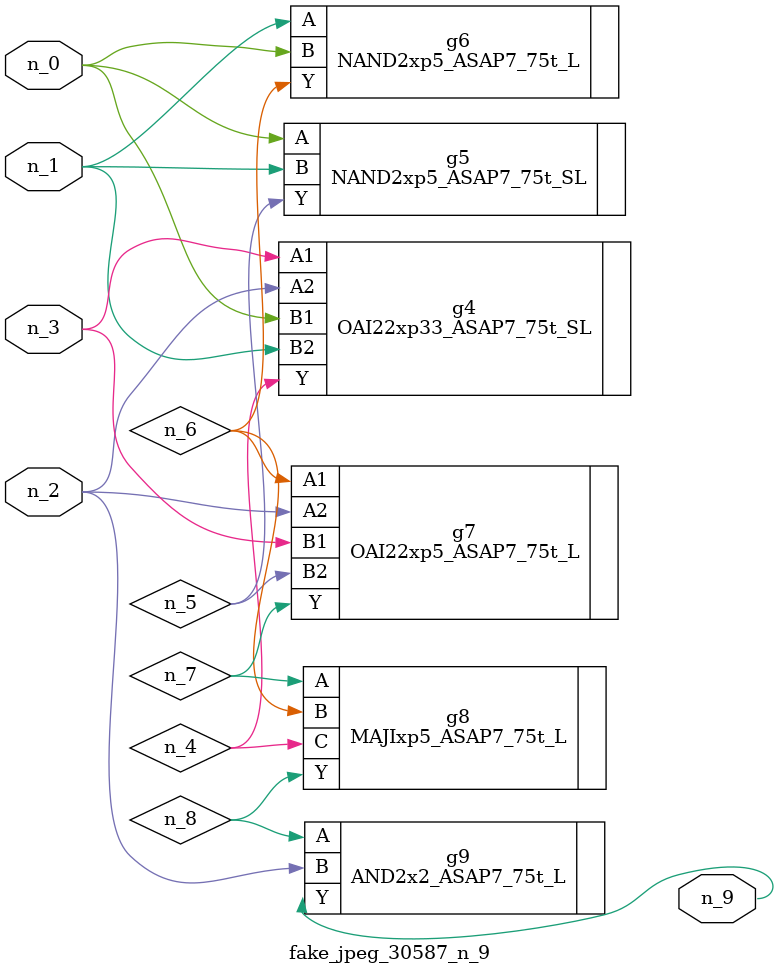
<source format=v>
module fake_jpeg_30587_n_9 (n_0, n_3, n_2, n_1, n_9);

input n_0;
input n_3;
input n_2;
input n_1;

output n_9;

wire n_4;
wire n_8;
wire n_6;
wire n_5;
wire n_7;

OAI22xp33_ASAP7_75t_SL g4 ( 
.A1(n_3),
.A2(n_2),
.B1(n_0),
.B2(n_1),
.Y(n_4)
);

NAND2xp5_ASAP7_75t_SL g5 ( 
.A(n_0),
.B(n_1),
.Y(n_5)
);

NAND2xp5_ASAP7_75t_L g6 ( 
.A(n_1),
.B(n_0),
.Y(n_6)
);

OAI22xp5_ASAP7_75t_L g7 ( 
.A1(n_6),
.A2(n_2),
.B1(n_3),
.B2(n_5),
.Y(n_7)
);

MAJIxp5_ASAP7_75t_L g8 ( 
.A(n_7),
.B(n_6),
.C(n_4),
.Y(n_8)
);

AND2x2_ASAP7_75t_L g9 ( 
.A(n_8),
.B(n_2),
.Y(n_9)
);


endmodule
</source>
